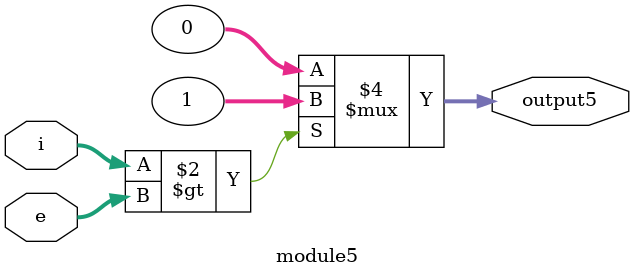
<source format=v>
module module5(i, e, output5);
input [31:0] i;
input [31:0] e;
output reg [31:0] output5;
always @(i, e)
begin
if (i > e) begin
output5 = 1;
end else begin
output5 = 0; end
end
endmodule
</source>
